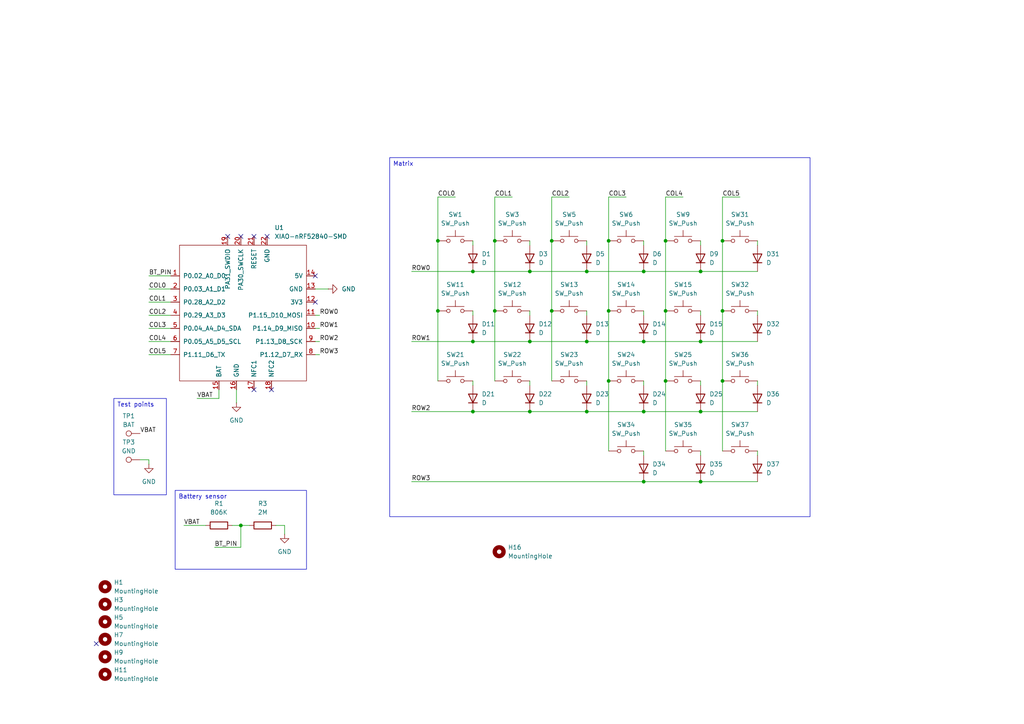
<source format=kicad_sch>
(kicad_sch (version 20250114) (generator "eeschema") (generator_version "9.0")
  (paper "A4")
  (lib_symbols
    (symbol "Connector:TestPoint" (pin_numbers (hide yes)) (pin_names (offset 0.762) (hide yes))
      (property "Reference" "TP" (at 0 6.858 0))
      (property "Value" "TestPoint" (at 0 5.08 0))
      (symbol "TestPoint_0_1"
        (circle (center 0 3.302) (radius 0.762))
      )
      (symbol "TestPoint_1_1"
        (pin passive line (at 0 0 90) (length 2.54) (name "1") (number "1"))
      )
    )
    (symbol "Device:D" (pin_numbers (hide yes)) (pin_names (offset 1.016) (hide yes))
      (property "Reference" "D" (at 0 2.54 0))
      (property "Value" "D" (at 0 -2.54 0))
      (symbol "D_0_1"
        (polyline (pts (xy -1.27 1.27) (xy -1.27 -1.27)) (stroke (width 0.254)))
        (polyline (pts (xy 1.27 1.27) (xy 1.27 -1.27) (xy -1.27 0) (xy 1.27 1.27)) (stroke (width 0.254)))
        (polyline (pts (xy 1.27 0) (xy -1.27 0)))
      )
      (symbol "D_1_1"
        (pin passive line (at -3.81 0 0) (length 2.54) (name "K") (number "1"))
        (pin passive line (at 3.81 0 180) (length 2.54) (name "A") (number "2"))
      )
    )
    (symbol "Device:R" (pin_numbers (hide yes)) (pin_names (offset 0))
      (property "Reference" "R" (at 2.032 0 90))
      (property "Value" "R" (at 0 0 90))
      (symbol "R_0_1"
        (rectangle (start -1.016 -2.54) (end 1.016 2.54) (stroke (width 0.254)))
      )
      (symbol "R_1_1"
        (pin passive line (at 0 3.81 270) (length 1.27) (name "~") (number "1"))
        (pin passive line (at 0 -3.81 90) (length 1.27) (name "~") (number "2"))
      )
    )
    (symbol "Mechanical:MountingHole" (pin_names (offset 1.016)) (in_bom no)
      (property "Reference" "H" (at 0 5.08 0))
      (property "Value" "MountingHole" (at 0 3.175 0))
      (symbol "MountingHole_0_1"
        (circle (center 0 0) (radius 1.27) (stroke (width 1.27)))
      )
    )
    (symbol "OPL:XIAO-nRF52840-SMD" (pin_names (offset 1.016))
      (property "Reference" "U" (at -18.542 23.114 0))
      (property "Value" "XIAO-nRF52840-SMD" (at -8.636 21.336 0))
      (symbol "XIAO-nRF52840-SMD_0_1"
        (rectangle (start -19.05 20.32) (end 17.78 -19.05))
      )
      (symbol "XIAO-nRF52840-SMD_1_1"
        (pin passive line (at -21.59 11.43 0) (length 2.54) (name "P0.02_A0_D0") (number "1"))
        (pin passive line (at -21.59 7.62 0) (length 2.54) (name "P0.03_A1_D1") (number "2"))
        (pin passive line (at -21.59 3.81 0) (length 2.54) (name "P0.28_A2_D2") (number "3"))
        (pin passive line (at -21.59 0 0) (length 2.54) (name "P0.29_A3_D3") (number "4"))
        (pin passive line (at -21.59 -3.81 0) (length 2.54) (name "P0.04_A4_D4_SDA") (number "5"))
        (pin passive line (at -21.59 -7.62 0) (length 2.54) (name "P0.05_A5_D5_SCL") (number "6"))
        (pin passive line (at -21.59 -11.43 0) (length 2.54) (name "P1.11_D6_TX") (number "7"))
        (pin passive line (at -7.62 -21.59 90) (length 2.54) (name "BAT") (number "15"))
        (pin passive line (at -5.08 22.86 270) (length 2.54) (name "PA31_SWDIO") (number "19"))
        (pin passive line (at -2.54 -21.59 90) (length 2.54) (name "GND") (number "16"))
        (pin passive line (at -1.27 22.86 270) (length 2.54) (name "PA30_SWCLK") (number "20"))
        (pin passive line (at 2.54 22.86 270) (length 2.54) (name "RESET") (number "21"))
        (pin passive line (at 2.54 -21.59 90) (length 2.54) (name "NFC1") (number "17"))
        (pin passive line (at 6.35 22.86 270) (length 2.54) (name "GND") (number "22"))
        (pin passive line (at 7.62 -21.59 90) (length 2.54) (name "NFC2") (number "18"))
        (pin passive line (at 20.32 11.43 180) (length 2.54) (name "5V") (number "14"))
        (pin passive line (at 20.32 7.62 180) (length 2.54) (name "GND") (number "13"))
        (pin passive line (at 20.32 3.81 180) (length 2.54) (name "3V3") (number "12"))
        (pin passive line (at 20.32 0 180) (length 2.54) (name "P1.15_D10_MOSI") (number "11"))
        (pin passive line (at 20.32 -3.81 180) (length 2.54) (name "P1.14_D9_MISO") (number "10"))
        (pin passive line (at 20.32 -7.62 180) (length 2.54) (name "P1.13_D8_SCK") (number "9"))
        (pin passive line (at 20.32 -11.43 180) (length 2.54) (name "P1.12_D7_RX") (number "8"))
      )
    )
    (symbol "Switch:SW_Push" (pin_numbers (hide yes)) (pin_names (offset 1.016) (hide yes))
      (property "Reference" "SW" (at 1.27 2.54 0))
      (property "Value" "SW_Push" (at 0 -1.524 0))
      (symbol "SW_Push_0_1"
        (circle (center -2.032 0) (radius 0.508))
        (polyline (pts (xy 0 1.27) (xy 0 3.048)))
        (circle (center 2.032 0) (radius 0.508))
        (polyline (pts (xy 2.54 1.27) (xy -2.54 1.27)))
        (pin passive line (at -5.08 0 0) (length 2.54) (name "1") (number "1"))
        (pin passive line (at 5.08 0 180) (length 2.54) (name "2") (number "2"))
      )
    )
    (symbol "power:GND" (power) (pin_numbers (hide yes)) (pin_names (offset 0) (hide yes))
      (property "Value" "GND" (at 0 -3.81 0))
      (symbol "GND_0_1"
        (polyline (pts (xy 0 0) (xy 0 -1.27) (xy 1.27 -1.27) (xy 0 -2.54) (xy -1.27 -1.27) (xy 0 -1.27)))
      )
      (symbol "GND_1_1"
        (pin power_in line (at 0 0 270) (length 0) (name "~") (number "1"))
      )
    )
  )
  (text_box "Matrix" (at 113.03 45.72 0) (size 121.92 104.14) (margins 0.9525 0.9525 0.9525 0.9525) (effects (font (size 1.27 1.27)) (justify left top)))
  (text_box "Test points" (at 33.02 115.57 0) (size 15.24 27.94) (margins 0.9525 0.9525 0.9525 0.9525) (effects (font (size 1.27 1.27)) (justify left top)))
  (text_box "Battery sensor" (at 50.8 142.24 0) (size 38.1 22.86) (margins 0.9525 0.9525 0.9525 0.9525) (effects (font (size 1.27 1.27)) (justify left top)))
  (junction (at 137.16 119.38))
  (junction (at 153.67 119.38))
  (junction (at 127 90.17))
  (junction (at 203.2 119.38))
  (junction (at 193.04 90.17))
  (junction (at 137.16 99.06))
  (junction (at 193.04 110.49))
  (junction (at 170.18 99.06))
  (junction (at 160.02 69.85))
  (junction (at 203.2 99.06))
  (junction (at 170.18 78.74))
  (junction (at 209.55 110.49))
  (junction (at 160.02 90.17))
  (junction (at 203.2 78.74))
  (junction (at 153.67 78.74))
  (junction (at 186.69 139.7))
  (junction (at 143.51 90.17))
  (junction (at 209.55 90.17))
  (junction (at 186.69 99.06))
  (junction (at 137.16 78.74))
  (junction (at 193.04 69.85))
  (junction (at 203.2 139.7))
  (junction (at 186.69 119.38))
  (junction (at 143.51 69.85))
  (junction (at 209.55 69.85))
  (junction (at 176.53 110.49))
  (junction (at 69.85 152.4))
  (junction (at 176.53 90.17))
  (junction (at 127 69.85))
  (junction (at 176.53 69.85))
  (junction (at 153.67 99.06))
  (junction (at 186.69 78.74))
  (junction (at 170.18 119.38))
  (no_connect (at 91.44 87.63))
  (no_connect (at 77.47 68.58))
  (no_connect (at 69.85 68.58))
  (no_connect (at 73.66 68.58))
  (no_connect (at 66.04 68.58))
  (no_connect (at 73.66 113.03))
  (no_connect (at 78.74 113.03))
  (no_connect (at 27.94 186.69))
  (no_connect (at 91.44 80.01))
  (wire (pts (xy 209.55 57.15) (xy 214.63 57.15)))
  (wire (pts (xy 143.51 69.85) (xy 143.51 90.17)))
  (wire (pts (xy 153.67 78.74) (xy 170.18 78.74)))
  (wire (pts (xy 203.2 119.38) (xy 219.71 119.38)))
  (wire (pts (xy 127 69.85) (xy 127 90.17)))
  (wire (pts (xy 203.2 130.81) (xy 203.2 132.08)))
  (wire (pts (xy 176.53 69.85) (xy 176.53 57.15)))
  (wire (pts (xy 127 90.17) (xy 127 110.49)))
  (wire (pts (xy 63.5 115.57) (xy 63.5 113.03)))
  (wire (pts (xy 209.55 110.49) (xy 209.55 130.81)))
  (wire (pts (xy 186.69 78.74) (xy 203.2 78.74)))
  (wire (pts (xy 91.44 83.82) (xy 95.25 83.82)))
  (wire (pts (xy 160.02 57.15) (xy 165.1 57.15)))
  (wire (pts (xy 186.69 130.81) (xy 186.69 132.08)))
  (wire (pts (xy 160.02 90.17) (xy 160.02 110.49)))
  (wire (pts (xy 170.18 69.85) (xy 170.18 71.12)))
  (wire (pts (xy 186.69 119.38) (xy 203.2 119.38)))
  (wire (pts (xy 91.44 95.25) (xy 92.71 95.25)))
  (wire (pts (xy 91.44 99.06) (xy 92.71 99.06)))
  (wire (pts (xy 170.18 78.74) (xy 186.69 78.74)))
  (wire (pts (xy 203.2 139.7) (xy 219.71 139.7)))
  (wire (pts (xy 193.04 57.15) (xy 198.12 57.15)))
  (wire (pts (xy 82.55 154.94) (xy 82.55 152.4)))
  (wire (pts (xy 170.18 110.49) (xy 170.18 111.76)))
  (wire (pts (xy 119.38 119.38) (xy 137.16 119.38)))
  (wire (pts (xy 160.02 69.85) (xy 160.02 90.17)))
  (wire (pts (xy 153.67 119.38) (xy 170.18 119.38)))
  (wire (pts (xy 69.85 152.4) (xy 67.31 152.4)))
  (wire (pts (xy 219.71 69.85) (xy 219.71 71.12)))
  (wire (pts (xy 170.18 119.38) (xy 186.69 119.38)))
  (wire (pts (xy 209.55 90.17) (xy 209.55 110.49)))
  (wire (pts (xy 153.67 99.06) (xy 170.18 99.06)))
  (wire (pts (xy 43.18 83.82) (xy 49.53 83.82)))
  (wire (pts (xy 186.69 139.7) (xy 203.2 139.7)))
  (wire (pts (xy 219.71 130.81) (xy 219.71 132.08)))
  (wire (pts (xy 43.18 87.63) (xy 49.53 87.63)))
  (wire (pts (xy 43.18 80.01) (xy 49.53 80.01)))
  (wire (pts (xy 186.69 90.17) (xy 186.69 91.44)))
  (wire (pts (xy 68.58 113.03) (xy 68.58 116.84)))
  (wire (pts (xy 137.16 119.38) (xy 153.67 119.38)))
  (wire (pts (xy 193.04 69.85) (xy 193.04 57.15)))
  (wire (pts (xy 203.2 110.49) (xy 203.2 111.76)))
  (wire (pts (xy 170.18 99.06) (xy 186.69 99.06)))
  (wire (pts (xy 203.2 99.06) (xy 219.71 99.06)))
  (wire (pts (xy 193.04 110.49) (xy 193.04 130.81)))
  (wire (pts (xy 203.2 90.17) (xy 203.2 91.44)))
  (wire (pts (xy 137.16 78.74) (xy 153.67 78.74)))
  (wire (pts (xy 62.23 158.75) (xy 69.85 158.75)))
  (wire (pts (xy 53.34 152.4) (xy 59.69 152.4)))
  (wire (pts (xy 219.71 90.17) (xy 219.71 91.44)))
  (wire (pts (xy 176.53 90.17) (xy 176.53 110.49)))
  (wire (pts (xy 209.55 69.85) (xy 209.55 90.17)))
  (wire (pts (xy 69.85 158.75) (xy 69.85 152.4)))
  (wire (pts (xy 143.51 57.15) (xy 148.59 57.15)))
  (wire (pts (xy 170.18 90.17) (xy 170.18 91.44)))
  (wire (pts (xy 143.51 69.85) (xy 143.51 57.15)))
  (wire (pts (xy 193.04 90.17) (xy 193.04 110.49)))
  (wire (pts (xy 203.2 69.85) (xy 203.2 71.12)))
  (wire (pts (xy 186.69 99.06) (xy 203.2 99.06)))
  (wire (pts (xy 43.18 99.06) (xy 49.53 99.06)))
  (wire (pts (xy 209.55 69.85) (xy 209.55 57.15)))
  (wire (pts (xy 160.02 69.85) (xy 160.02 57.15)))
  (wire (pts (xy 43.18 91.44) (xy 49.53 91.44)))
  (wire (pts (xy 119.38 78.74) (xy 137.16 78.74)))
  (wire (pts (xy 43.18 95.25) (xy 49.53 95.25)))
  (wire (pts (xy 43.18 102.87) (xy 49.53 102.87)))
  (wire (pts (xy 137.16 90.17) (xy 137.16 91.44)))
  (wire (pts (xy 127 57.15) (xy 132.08 57.15)))
  (wire (pts (xy 176.53 69.85) (xy 176.53 90.17)))
  (wire (pts (xy 186.69 69.85) (xy 186.69 71.12)))
  (wire (pts (xy 137.16 99.06) (xy 153.67 99.06)))
  (wire (pts (xy 91.44 102.87) (xy 92.71 102.87)))
  (wire (pts (xy 43.18 133.35) (xy 40.64 133.35)))
  (wire (pts (xy 219.71 110.49) (xy 219.71 111.76)))
  (wire (pts (xy 153.67 69.85) (xy 153.67 71.12)))
  (wire (pts (xy 143.51 90.17) (xy 143.51 110.49)))
  (wire (pts (xy 57.15 115.57) (xy 63.5 115.57)))
  (wire (pts (xy 119.38 99.06) (xy 137.16 99.06)))
  (wire (pts (xy 137.16 110.49) (xy 137.16 111.76)))
  (wire (pts (xy 153.67 110.49) (xy 153.67 111.76)))
  (wire (pts (xy 127 69.85) (xy 127 57.15)))
  (wire (pts (xy 69.85 152.4) (xy 72.39 152.4)))
  (wire (pts (xy 43.18 134.62) (xy 43.18 133.35)))
  (wire (pts (xy 119.38 139.7) (xy 186.69 139.7)))
  (wire (pts (xy 137.16 69.85) (xy 137.16 71.12)))
  (wire (pts (xy 153.67 90.17) (xy 153.67 91.44)))
  (wire (pts (xy 176.53 57.15) (xy 181.61 57.15)))
  (wire (pts (xy 91.44 91.44) (xy 92.71 91.44)))
  (wire (pts (xy 176.53 110.49) (xy 176.53 130.81)))
  (wire (pts (xy 82.55 152.4) (xy 80.01 152.4)))
  (wire (pts (xy 193.04 69.85) (xy 193.04 90.17)))
  (wire (pts (xy 186.69 110.49) (xy 186.69 111.76)))
  (wire (pts (xy 203.2 78.74) (xy 219.71 78.74)))
  (label "ROW0" (at 119.38 78.74 0))
  (label "ROW1" (at 92.71 95.25 0))
  (label "COL5" (at 209.55 57.15 0))
  (label "COL5" (at 43.18 102.87 0))
  (label "COL2" (at 160.02 57.15 0))
  (label "COL4" (at 193.04 57.15 0))
  (label "ROW0" (at 92.71 91.44 0))
  (label "VBAT" (at 40.64 125.73 0))
  (label "ROW1" (at 119.38 99.06 0))
  (label "BT_PIN" (at 43.18 80.01 0))
  (label "ROW2" (at 92.71 99.06 0))
  (label "COL1" (at 43.18 87.63 0))
  (label "COL1" (at 143.51 57.15 0))
  (label "ROW3" (at 119.38 139.7 0))
  (label "COL2" (at 43.18 91.44 0))
  (label "ROW3" (at 92.71 102.87 0))
  (label "ROW2" (at 119.38 119.38 0))
  (label "COL4" (at 43.18 99.06 0))
  (label "COL0" (at 43.18 83.82 0))
  (label "COL0" (at 127 57.15 0))
  (label "VBAT" (at 57.15 115.57 0))
  (label "VBAT" (at 53.34 152.4 0))
  (label "COL3" (at 176.53 57.15 0))
  (label "COL3" (at 43.18 95.25 0))
  (label "BT_PIN" (at 62.23 158.75 0))
  (symbol (lib_id "Device:D") (at 186.69 74.93 90) (unit 1)
    (property "Reference" "D6" (at 189.23 73.6599 90) (effects (justify right)))
    (property "Value" "D" (at 189.23 76.1999 90) (effects (justify right)))
    (property "Footprint" "Diode_SMD:D_SOD-123" (effects (hide yes)))
    (property "Description" "Diode" (effects (hide yes)))
    (property "Sim.Device" "D" (effects (hide yes)))
    (property "Sim.Pins" "1=K 2=A" (effects (hide yes)))
  )
  (symbol (lib_id "Switch:SW_Push") (at 214.63 130.81 0) (unit 1)
    (property "Reference" "SW37" (at 214.63 123.19 0))
    (property "Value" "SW_Push" (at 214.63 125.73 0))
    (property "Footprint" "PCM_marbastlib-mx:SW_MX_HS_CPG151101S11_1u" (effects (hide yes)))
    (property "Description" "Push button switch, generic, two pins" (effects (hide yes)))
  )
  (symbol (lib_id "Switch:SW_Push") (at 181.61 110.49 0) (unit 1)
    (property "Reference" "SW24" (at 181.61 102.87 0))
    (property "Value" "SW_Push" (at 181.61 105.41 0))
    (property "Footprint" "PCM_marbastlib-mx:SW_MX_HS_CPG151101S11_1u" (effects (hide yes)))
    (property "Description" "Push button switch, generic, two pins" (effects (hide yes)))
  )
  (symbol (lib_id "Mechanical:MountingHole") (at 30.48 190.5 0) (unit 1) (in_bom no)
    (property "Reference" "H9" (at 33.02 189.23 0) (effects (justify left)))
    (property "Value" "MountingHole" (at 33.02 191.7699 0) (effects (justify left)))
    (property "Footprint" "MountingHole:MountingHole_2.2mm_M2" (effects (hide yes)))
    (property "Description" "Mounting Hole without connection" (effects (hide yes)))
  )
  (symbol (lib_id "Switch:SW_Push") (at 132.08 110.49 0) (unit 1)
    (property "Reference" "SW21" (at 132.08 102.87 0))
    (property "Value" "SW_Push" (at 132.08 105.41 0))
    (property "Footprint" "PCM_marbastlib-mx:SW_MX_HS_CPG151101S11_1u" (effects (hide yes)))
    (property "Description" "Push button switch, generic, two pins" (effects (hide yes)))
  )
  (symbol (lib_id "Switch:SW_Push") (at 198.12 110.49 0) (unit 1)
    (property "Reference" "SW25" (at 198.12 102.87 0))
    (property "Value" "SW_Push" (at 198.12 105.41 0))
    (property "Footprint" "PCM_marbastlib-mx:SW_MX_HS_CPG151101S11_1u" (effects (hide yes)))
    (property "Description" "Push button switch, generic, two pins" (effects (hide yes)))
  )
  (symbol (lib_id "Device:D") (at 186.69 95.25 90) (unit 1)
    (property "Reference" "D14" (at 189.23 93.9799 90) (effects (justify right)))
    (property "Value" "D" (at 189.23 96.5199 90) (effects (justify right)))
    (property "Footprint" "Diode_SMD:D_SOD-123" (effects (hide yes)))
    (property "Description" "Diode" (effects (hide yes)))
    (property "Sim.Device" "D" (effects (hide yes)))
    (property "Sim.Pins" "1=K 2=A" (effects (hide yes)))
  )
  (symbol (lib_id "Switch:SW_Push") (at 198.12 69.85 0) (unit 1)
    (property "Reference" "SW9" (at 198.12 62.23 0))
    (property "Value" "SW_Push" (at 198.12 64.77 0))
    (property "Footprint" "PCM_marbastlib-mx:SW_MX_HS_CPG151101S11_1u" (effects (hide yes)))
    (property "Description" "Push button switch, generic, two pins" (effects (hide yes)))
  )
  (symbol (lib_id "Device:D") (at 137.16 95.25 90) (unit 1)
    (property "Reference" "D11" (at 139.7 93.9799 90) (effects (justify right)))
    (property "Value" "D" (at 139.7 96.5199 90) (effects (justify right)))
    (property "Footprint" "Diode_SMD:D_SOD-123" (effects (hide yes)))
    (property "Description" "Diode" (effects (hide yes)))
    (property "Sim.Device" "D" (effects (hide yes)))
    (property "Sim.Pins" "1=K 2=A" (effects (hide yes)))
  )
  (symbol (lib_id "Device:D") (at 203.2 115.57 90) (unit 1)
    (property "Reference" "D25" (at 205.74 114.2999 90) (effects (justify right)))
    (property "Value" "D" (at 205.74 116.8399 90) (effects (justify right)))
    (property "Footprint" "Diode_SMD:D_SOD-123" (effects (hide yes)))
    (property "Description" "Diode" (effects (hide yes)))
    (property "Sim.Device" "D" (effects (hide yes)))
    (property "Sim.Pins" "1=K 2=A" (effects (hide yes)))
  )
  (symbol (lib_id "Mechanical:MountingHole") (at 30.48 195.58 0) (unit 1) (in_bom no)
    (property "Reference" "H11" (at 33.02 194.3099 0) (effects (justify left)))
    (property "Value" "MountingHole" (at 33.02 196.8499 0) (effects (justify left)))
    (property "Footprint" "MountingHole:MountingHole_2.2mm_M2" (effects (hide yes)))
    (property "Description" "Mounting Hole without connection" (effects (hide yes)))
  )
  (symbol (lib_id "Device:D") (at 203.2 135.89 90) (unit 1)
    (property "Reference" "D35" (at 205.74 134.6199 90) (effects (justify right)))
    (property "Value" "D" (at 205.74 137.1599 90) (effects (justify right)))
    (property "Footprint" "Diode_SMD:D_SOD-123" (effects (hide yes)))
    (property "Description" "Diode" (effects (hide yes)))
    (property "Sim.Device" "D" (effects (hide yes)))
    (property "Sim.Pins" "1=K 2=A" (effects (hide yes)))
  )
  (symbol (lib_id "Mechanical:MountingHole") (at 144.78 160.02 0) (unit 1) (in_bom no)
    (property "Reference" "H16" (at 147.32 158.7499 0) (effects (justify left)))
    (property "Value" "MountingHole" (at 147.32 161.2899 0) (effects (justify left)))
    (property "Footprint" "PCM_Mounting_Keyboard_Stabilizer:Stabilizer_Cherry_MX_2.00u" (effects (hide yes)))
    (property "Description" "Mounting Hole without connection" (effects (hide yes)))
  )
  (symbol (lib_id "Switch:SW_Push") (at 148.59 69.85 0) (unit 1)
    (property "Reference" "SW3" (at 148.59 62.23 0))
    (property "Value" "SW_Push" (at 148.59 64.77 0))
    (property "Footprint" "PCM_marbastlib-mx:SW_MX_HS_CPG151101S11_1u" (effects (hide yes)))
    (property "Description" "Push button switch, generic, two pins" (effects (hide yes)))
  )
  (symbol (lib_id "Device:D") (at 219.71 95.25 90) (unit 1)
    (property "Reference" "D32" (at 222.25 93.9799 90) (effects (justify right)))
    (property "Value" "D" (at 222.25 96.5199 90) (effects (justify right)))
    (property "Footprint" "Diode_SMD:D_SOD-123" (effects (hide yes)))
    (property "Description" "Diode" (effects (hide yes)))
    (property "Sim.Device" "D" (effects (hide yes)))
    (property "Sim.Pins" "1=K 2=A" (effects (hide yes)))
  )
  (symbol (lib_id "Device:D") (at 153.67 74.93 90) (unit 1)
    (property "Reference" "D3" (at 156.21 73.6599 90) (effects (justify right)))
    (property "Value" "D" (at 156.21 76.1999 90) (effects (justify right)))
    (property "Footprint" "Diode_SMD:D_SOD-123" (effects (hide yes)))
    (property "Description" "Diode" (effects (hide yes)))
    (property "Sim.Device" "D" (effects (hide yes)))
    (property "Sim.Pins" "1=K 2=A" (effects (hide yes)))
  )
  (symbol (lib_id "Switch:SW_Push") (at 214.63 90.17 0) (unit 1)
    (property "Reference" "SW32" (at 214.63 82.55 0))
    (property "Value" "SW_Push" (at 214.63 85.09 0))
    (property "Footprint" "PCM_marbastlib-mx:SW_MX_HS_CPG151101S11_1u" (effects (hide yes)))
    (property "Description" "Push button switch, generic, two pins" (effects (hide yes)))
  )
  (symbol (lib_id "Switch:SW_Push") (at 181.61 90.17 0) (unit 1)
    (property "Reference" "SW14" (at 181.61 82.55 0))
    (property "Value" "SW_Push" (at 181.61 85.09 0))
    (property "Footprint" "PCM_marbastlib-mx:SW_MX_HS_CPG151101S11_1u" (effects (hide yes)))
    (property "Description" "Push button switch, generic, two pins" (effects (hide yes)))
  )
  (symbol (lib_id "power:GND") (at 82.55 154.94 0) (unit 1)
    (property "Reference" "#PWR07" (effects (hide yes)))
    (property "Value" "GND" (at 82.55 160.02 0))
    (property "Description" "Power symbol creates a global label with name \"GND\" , ground" (effects (hide yes)))
  )
  (symbol (lib_id "Mechanical:MountingHole") (at 30.48 175.26 0) (unit 1) (in_bom no)
    (property "Reference" "H3" (at 33.02 173.9899 0) (effects (justify left)))
    (property "Value" "MountingHole" (at 33.02 176.5299 0) (effects (justify left)))
    (property "Footprint" "MountingHole:MountingHole_2.2mm_M2" (effects (hide yes)))
    (property "Description" "Mounting Hole without connection" (effects (hide yes)))
  )
  (symbol (lib_id "Switch:SW_Push") (at 165.1 69.85 0) (unit 1)
    (property "Reference" "SW5" (at 165.1 62.23 0))
    (property "Value" "SW_Push" (at 165.1 64.77 0))
    (property "Footprint" "PCM_marbastlib-mx:SW_MX_HS_CPG151101S11_1u" (effects (hide yes)))
    (property "Description" "Push button switch, generic, two pins" (effects (hide yes)))
  )
  (symbol (lib_id "Device:D") (at 186.69 115.57 90) (unit 1)
    (property "Reference" "D24" (at 189.23 114.2999 90) (effects (justify right)))
    (property "Value" "D" (at 189.23 116.8399 90) (effects (justify right)))
    (property "Footprint" "Diode_SMD:D_SOD-123" (effects (hide yes)))
    (property "Description" "Diode" (effects (hide yes)))
    (property "Sim.Device" "D" (effects (hide yes)))
    (property "Sim.Pins" "1=K 2=A" (effects (hide yes)))
  )
  (symbol (lib_id "Device:D") (at 203.2 95.25 90) (unit 1)
    (property "Reference" "D15" (at 205.74 93.9799 90) (effects (justify right)))
    (property "Value" "D" (at 205.74 96.5199 90) (effects (justify right)))
    (property "Footprint" "Diode_SMD:D_SOD-123" (effects (hide yes)))
    (property "Description" "Diode" (effects (hide yes)))
    (property "Sim.Device" "D" (effects (hide yes)))
    (property "Sim.Pins" "1=K 2=A" (effects (hide yes)))
  )
  (symbol (lib_id "Device:D") (at 186.69 135.89 90) (unit 1)
    (property "Reference" "D34" (at 189.23 134.6199 90) (effects (justify right)))
    (property "Value" "D" (at 189.23 137.1599 90) (effects (justify right)))
    (property "Footprint" "Diode_SMD:D_SOD-123" (effects (hide yes)))
    (property "Description" "Diode" (effects (hide yes)))
    (property "Sim.Device" "D" (effects (hide yes)))
    (property "Sim.Pins" "1=K 2=A" (effects (hide yes)))
  )
  (symbol (lib_id "Device:D") (at 153.67 95.25 90) (unit 1)
    (property "Reference" "D12" (at 156.21 93.9799 90) (effects (justify right)))
    (property "Value" "D" (at 156.21 96.5199 90) (effects (justify right)))
    (property "Footprint" "Diode_SMD:D_SOD-123" (effects (hide yes)))
    (property "Description" "Diode" (effects (hide yes)))
    (property "Sim.Device" "D" (effects (hide yes)))
    (property "Sim.Pins" "1=K 2=A" (effects (hide yes)))
  )
  (symbol (lib_id "Device:D") (at 137.16 115.57 90) (unit 1)
    (property "Reference" "D21" (at 139.7 114.2999 90) (effects (justify right)))
    (property "Value" "D" (at 139.7 116.8399 90) (effects (justify right)))
    (property "Footprint" "Diode_SMD:D_SOD-123" (effects (hide yes)))
    (property "Description" "Diode" (effects (hide yes)))
    (property "Sim.Device" "D" (effects (hide yes)))
    (property "Sim.Pins" "1=K 2=A" (effects (hide yes)))
  )
  (symbol (lib_id "Switch:SW_Push") (at 214.63 110.49 0) (unit 1)
    (property "Reference" "SW36" (at 214.63 102.87 0))
    (property "Value" "SW_Push" (at 214.63 105.41 0))
    (property "Footprint" "PCM_marbastlib-mx:SW_MX_HS_CPG151101S11_1u" (effects (hide yes)))
    (property "Description" "Push button switch, generic, two pins" (effects (hide yes)))
  )
  (symbol (lib_id "Mechanical:MountingHole") (at 30.48 180.34 0) (unit 1) (in_bom no)
    (property "Reference" "H5" (at 33.02 179.0699 0) (effects (justify left)))
    (property "Value" "MountingHole" (at 33.02 181.6099 0) (effects (justify left)))
    (property "Footprint" "MountingHole:MountingHole_2.2mm_M2" (effects (hide yes)))
    (property "Description" "Mounting Hole without connection" (effects (hide yes)))
  )
  (symbol (lib_id "Switch:SW_Push") (at 198.12 130.81 0) (unit 1)
    (property "Reference" "SW35" (at 198.12 123.19 0))
    (property "Value" "SW_Push" (at 198.12 125.73 0))
    (property "Footprint" "PCM_marbastlib-mx:SW_MX_HS_CPG151101S11_1u" (effects (hide yes)))
    (property "Description" "Push button switch, generic, two pins" (effects (hide yes)))
  )
  (symbol (lib_id "power:GND") (at 68.58 116.84 0) (unit 1)
    (property "Reference" "#PWR03" (effects (hide yes)))
    (property "Value" "GND" (at 68.58 121.92 0))
    (property "Description" "Power symbol creates a global label with name \"GND\" , ground" (effects (hide yes)))
  )
  (symbol (lib_id "Connector:TestPoint") (at 40.64 125.73 90) (unit 1)
    (property "Reference" "TP1" (at 37.338 120.65 90))
    (property "Value" "BAT" (at 37.338 123.19 90))
    (property "Footprint" "TestPoint:TestPoint_Pad_D2.0mm" (effects (hide yes)))
    (property "Description" "test point" (effects (hide yes)))
  )
  (symbol (lib_id "Device:D") (at 219.71 115.57 90) (unit 1)
    (property "Reference" "D36" (at 222.25 114.2999 90) (effects (justify right)))
    (property "Value" "D" (at 222.25 116.8399 90) (effects (justify right)))
    (property "Footprint" "Diode_SMD:D_SOD-123" (effects (hide yes)))
    (property "Description" "Diode" (effects (hide yes)))
    (property "Sim.Device" "D" (effects (hide yes)))
    (property "Sim.Pins" "1=K 2=A" (effects (hide yes)))
  )
  (symbol (lib_id "Device:R") (at 63.5 152.4 90) (unit 1)
    (property "Reference" "R1" (at 63.5 146.05 90))
    (property "Value" "806K" (at 63.5 148.59 90))
    (property "Footprint" "Resistor_SMD:R_0805_2012Metric" (effects (hide yes)))
    (property "Description" "Resistor" (effects (hide yes)))
  )
  (symbol (lib_id "Device:D") (at 203.2 74.93 90) (unit 1)
    (property "Reference" "D9" (at 205.74 73.6599 90) (effects (justify right)))
    (property "Value" "D" (at 205.74 76.1999 90) (effects (justify right)))
    (property "Footprint" "Diode_SMD:D_SOD-123" (effects (hide yes)))
    (property "Description" "Diode" (effects (hide yes)))
    (property "Sim.Device" "D" (effects (hide yes)))
    (property "Sim.Pins" "1=K 2=A" (effects (hide yes)))
  )
  (symbol (lib_id "Switch:SW_Push") (at 148.59 110.49 0) (unit 1)
    (property "Reference" "SW22" (at 148.59 102.87 0))
    (property "Value" "SW_Push" (at 148.59 105.41 0))
    (property "Footprint" "PCM_marbastlib-mx:SW_MX_HS_CPG151101S11_1u" (effects (hide yes)))
    (property "Description" "Push button switch, generic, two pins" (effects (hide yes)))
  )
  (symbol (lib_id "Mechanical:MountingHole") (at 30.48 170.18 0) (unit 1) (in_bom no)
    (property "Reference" "H1" (at 33.02 168.9099 0) (effects (justify left)))
    (property "Value" "MountingHole" (at 33.02 171.4499 0) (effects (justify left)))
    (property "Footprint" "MountingHole:MountingHole_2.2mm_M2" (effects (hide yes)))
    (property "Description" "Mounting Hole without connection" (effects (hide yes)))
  )
  (symbol (lib_id "Device:R") (at 76.2 152.4 90) (unit 1)
    (property "Reference" "R3" (at 76.2 146.05 90))
    (property "Value" "2M" (at 76.2 148.59 90))
    (property "Footprint" "Resistor_SMD:R_0805_2012Metric" (effects (hide yes)))
    (property "Description" "Resistor" (effects (hide yes)))
  )
  (symbol (lib_id "Switch:SW_Push") (at 214.63 69.85 0) (unit 1)
    (property "Reference" "SW31" (at 214.63 62.23 0))
    (property "Value" "SW_Push" (at 214.63 64.77 0))
    (property "Footprint" "PCM_marbastlib-mx:SW_MX_HS_CPG151101S11_1u" (effects (hide yes)))
    (property "Description" "Push button switch, generic, two pins" (effects (hide yes)))
  )
  (symbol (lib_id "Device:D") (at 170.18 74.93 90) (unit 1)
    (property "Reference" "D5" (at 172.72 73.6599 90) (effects (justify right)))
    (property "Value" "D" (at 172.72 76.1999 90) (effects (justify right)))
    (property "Footprint" "Diode_SMD:D_SOD-123" (effects (hide yes)))
    (property "Description" "Diode" (effects (hide yes)))
    (property "Sim.Device" "D" (effects (hide yes)))
    (property "Sim.Pins" "1=K 2=A" (effects (hide yes)))
  )
  (symbol (lib_id "Switch:SW_Push") (at 165.1 110.49 0) (unit 1)
    (property "Reference" "SW23" (at 165.1 102.87 0))
    (property "Value" "SW_Push" (at 165.1 105.41 0))
    (property "Footprint" "PCM_marbastlib-mx:SW_MX_HS_CPG151101S11_1u" (effects (hide yes)))
    (property "Description" "Push button switch, generic, two pins" (effects (hide yes)))
  )
  (symbol (lib_id "Switch:SW_Push") (at 132.08 90.17 0) (unit 1)
    (property "Reference" "SW11" (at 132.08 82.55 0))
    (property "Value" "SW_Push" (at 132.08 85.09 0))
    (property "Footprint" "PCM_marbastlib-mx:SW_MX_HS_CPG151101S11_1u" (effects (hide yes)))
    (property "Description" "Push button switch, generic, two pins" (effects (hide yes)))
  )
  (symbol (lib_id "Mechanical:MountingHole") (at 30.48 185.42 0) (unit 1) (in_bom no)
    (property "Reference" "H7" (at 33.02 184.1499 0) (effects (justify left)))
    (property "Value" "MountingHole" (at 33.02 186.6899 0) (effects (justify left)))
    (property "Footprint" "MountingHole:MountingHole_2.2mm_M2" (effects (hide yes)))
    (property "Description" "Mounting Hole without connection" (effects (hide yes)))
  )
  (symbol (lib_id "Device:D") (at 219.71 74.93 90) (unit 1)
    (property "Reference" "D31" (at 222.25 73.6599 90) (effects (justify right)))
    (property "Value" "D" (at 222.25 76.1999 90) (effects (justify right)))
    (property "Footprint" "Diode_SMD:D_SOD-123" (effects (hide yes)))
    (property "Description" "Diode" (effects (hide yes)))
    (property "Sim.Device" "D" (effects (hide yes)))
    (property "Sim.Pins" "1=K 2=A" (effects (hide yes)))
  )
  (symbol (lib_id "Device:D") (at 219.71 135.89 90) (unit 1)
    (property "Reference" "D37" (at 222.25 134.6199 90) (effects (justify right)))
    (property "Value" "D" (at 222.25 137.1599 90) (effects (justify right)))
    (property "Footprint" "Diode_SMD:D_SOD-123" (effects (hide yes)))
    (property "Description" "Diode" (effects (hide yes)))
    (property "Sim.Device" "D" (effects (hide yes)))
    (property "Sim.Pins" "1=K 2=A" (effects (hide yes)))
  )
  (symbol (lib_id "Device:D") (at 170.18 95.25 90) (unit 1)
    (property "Reference" "D13" (at 172.72 93.9799 90) (effects (justify right)))
    (property "Value" "D" (at 172.72 96.5199 90) (effects (justify right)))
    (property "Footprint" "Diode_SMD:D_SOD-123" (effects (hide yes)))
    (property "Description" "Diode" (effects (hide yes)))
    (property "Sim.Device" "D" (effects (hide yes)))
    (property "Sim.Pins" "1=K 2=A" (effects (hide yes)))
  )
  (symbol (lib_id "Connector:TestPoint") (at 40.64 133.35 90) (unit 1)
    (property "Reference" "TP3" (at 37.338 128.27 90))
    (property "Value" "GND" (at 37.338 130.81 90))
    (property "Footprint" "TestPoint:TestPoint_Pad_D2.0mm" (effects (hide yes)))
    (property "Description" "test point" (effects (hide yes)))
  )
  (symbol (lib_id "power:GND") (at 43.18 134.62 0) (unit 1)
    (property "Reference" "#PWR01" (effects (hide yes)))
    (property "Value" "GND" (at 43.18 139.7 0))
    (property "Description" "Power symbol creates a global label with name \"GND\" , ground" (effects (hide yes)))
  )
  (symbol (lib_id "power:GND") (at 95.25 83.82 90) (unit 1)
    (property "Reference" "#PWR05" (effects (hide yes)))
    (property "Value" "GND" (at 99.06 83.8199 90) (effects (justify right)))
    (property "Description" "Power symbol creates a global label with name \"GND\" , ground" (effects (hide yes)))
  )
  (symbol (lib_id "Switch:SW_Push") (at 181.61 69.85 0) (unit 1)
    (property "Reference" "SW6" (at 181.61 62.23 0))
    (property "Value" "SW_Push" (at 181.61 64.77 0))
    (property "Footprint" "PCM_marbastlib-mx:SW_MX_HS_CPG151101S11_1u" (effects (hide yes)))
    (property "Description" "Push button switch, generic, two pins" (effects (hide yes)))
  )
  (symbol (lib_id "Device:D") (at 137.16 74.93 90) (unit 1)
    (property "Reference" "D1" (at 139.7 73.6599 90) (effects (justify right)))
    (property "Value" "D" (at 139.7 76.1999 90) (effects (justify right)))
    (property "Footprint" "Diode_SMD:D_SOD-123" (effects (hide yes)))
    (property "Description" "Diode" (effects (hide yes)))
    (property "Sim.Device" "D" (effects (hide yes)))
    (property "Sim.Pins" "1=K 2=A" (effects (hide yes)))
  )
  (symbol (lib_id "Device:D") (at 153.67 115.57 90) (unit 1)
    (property "Reference" "D22" (at 156.21 114.2999 90) (effects (justify right)))
    (property "Value" "D" (at 156.21 116.8399 90) (effects (justify right)))
    (property "Footprint" "Diode_SMD:D_SOD-123" (effects (hide yes)))
    (property "Description" "Diode" (effects (hide yes)))
    (property "Sim.Device" "D" (effects (hide yes)))
    (property "Sim.Pins" "1=K 2=A" (effects (hide yes)))
  )
  (symbol (lib_id "Switch:SW_Push") (at 198.12 90.17 0) (unit 1)
    (property "Reference" "SW15" (at 198.12 82.55 0))
    (property "Value" "SW_Push" (at 198.12 85.09 0))
    (property "Footprint" "PCM_marbastlib-mx:SW_MX_HS_CPG151101S11_1u" (effects (hide yes)))
    (property "Description" "Push button switch, generic, two pins" (effects (hide yes)))
  )
  (symbol (lib_id "Device:D") (at 170.18 115.57 90) (unit 1)
    (property "Reference" "D23" (at 172.72 114.2999 90) (effects (justify right)))
    (property "Value" "D" (at 172.72 116.8399 90) (effects (justify right)))
    (property "Footprint" "Diode_SMD:D_SOD-123" (effects (hide yes)))
    (property "Description" "Diode" (effects (hide yes)))
    (property "Sim.Device" "D" (effects (hide yes)))
    (property "Sim.Pins" "1=K 2=A" (effects (hide yes)))
  )
  (symbol (lib_id "Switch:SW_Push") (at 132.08 69.85 0) (unit 1)
    (property "Reference" "SW1" (at 132.08 62.23 0))
    (property "Value" "SW_Push" (at 132.08 64.77 0))
    (property "Footprint" "PCM_marbastlib-mx:SW_MX_HS_CPG151101S11_1u" (effects (hide yes)))
    (property "Description" "Push button switch, generic, two pins" (effects (hide yes)))
  )
  (symbol (lib_id "Switch:SW_Push") (at 148.59 90.17 0) (unit 1)
    (property "Reference" "SW12" (at 148.59 82.55 0))
    (property "Value" "SW_Push" (at 148.59 85.09 0))
    (property "Footprint" "PCM_marbastlib-mx:SW_MX_HS_CPG151101S11_1u" (effects (hide yes)))
    (property "Description" "Push button switch, generic, two pins" (effects (hide yes)))
  )
  (symbol (lib_id "OPL:XIAO-nRF52840-SMD") (at 71.12 91.44 0) (unit 1)
    (property "Reference" "U1" (at 79.6133 66.04 0) (effects (justify left)))
    (property "Value" "XIAO-nRF52840-SMD" (at 79.6133 68.58 0) (effects (justify left)))
    (property "Footprint" "mod_xiao:modified-XIAO-nRF52840-SMD" (effects (hide yes)))
  )
  (symbol (lib_id "Switch:SW_Push") (at 181.61 130.81 0) (unit 1)
    (property "Reference" "SW34" (at 181.61 123.19 0))
    (property "Value" "SW_Push" (at 181.61 125.73 0))
    (property "Footprint" "PCM_marbastlib-mx:SW_MX_HS_CPG151101S11_1u" (effects (hide yes)))
    (property "Description" "Push button switch, generic, two pins" (effects (hide yes)))
  )
  (symbol (lib_id "Switch:SW_Push") (at 165.1 90.17 0) (unit 1)
    (property "Reference" "SW13" (at 165.1 82.55 0))
    (property "Value" "SW_Push" (at 165.1 85.09 0))
    (property "Footprint" "PCM_marbastlib-mx:SW_MX_HS_CPG151101S11_1u" (effects (hide yes)))
    (property "Description" "Push button switch, generic, two pins" (effects (hide yes)))
  )
)
</source>
